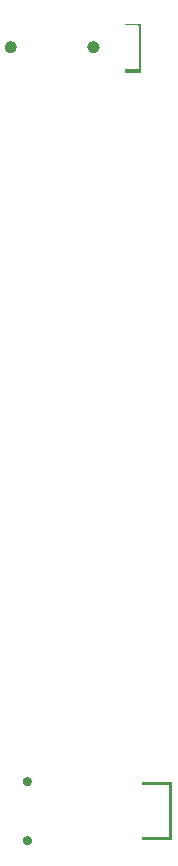
<source format=gbr>
%TF.GenerationSoftware,KiCad,Pcbnew,7.0.5-0*%
%TF.CreationDate,2023-06-15T10:43:23-05:00*%
%TF.ProjectId,PicoGUS,5069636f-4755-4532-9e6b-696361645f70,rev?*%
%TF.SameCoordinates,Original*%
%TF.FileFunction,Other,Comment*%
%FSLAX46Y46*%
G04 Gerber Fmt 4.6, Leading zero omitted, Abs format (unit mm)*
G04 Created by KiCad (PCBNEW 7.0.5-0) date 2023-06-15 10:43:23*
%MOMM*%
%LPD*%
G01*
G04 APERTURE LIST*
%ADD10C,0.550000*%
%ADD11C,0.400000*%
G04 APERTURE END LIST*
D10*
%TO.C,J5*%
X144107250Y-63214000D02*
G75*
G03*
X144107250Y-63214000I-275000J0D01*
G01*
X137107250Y-63214000D02*
G75*
G03*
X137107250Y-63214000I-275000J0D01*
G01*
G36*
X147845750Y-65364000D02*
G01*
X147845750Y-65384000D01*
X146555750Y-65384000D01*
X146545750Y-65364000D01*
X146545750Y-65094000D01*
X147655750Y-65094000D01*
X147665750Y-65084000D01*
X147665750Y-61374000D01*
X147645750Y-61354000D01*
X146495750Y-61354000D01*
X146485750Y-61344000D01*
X146485750Y-61224000D01*
X146495750Y-61214000D01*
X147845750Y-61214000D01*
X147845750Y-65364000D01*
G37*
D11*
%TO.C,J1*%
X138445000Y-125389000D02*
G75*
G03*
X138445000Y-125389000I-200000J0D01*
G01*
X138445000Y-130389000D02*
G75*
G03*
X138445000Y-130389000I-200000J0D01*
G01*
G36*
X150477000Y-130366000D02*
G01*
X147937000Y-130366000D01*
X147937000Y-130112000D01*
X150223000Y-130112000D01*
X150223000Y-125667000D01*
X147937000Y-125667000D01*
X147937000Y-125413000D01*
X150477000Y-125413000D01*
X150477000Y-130366000D01*
G37*
%TD*%
M02*

</source>
